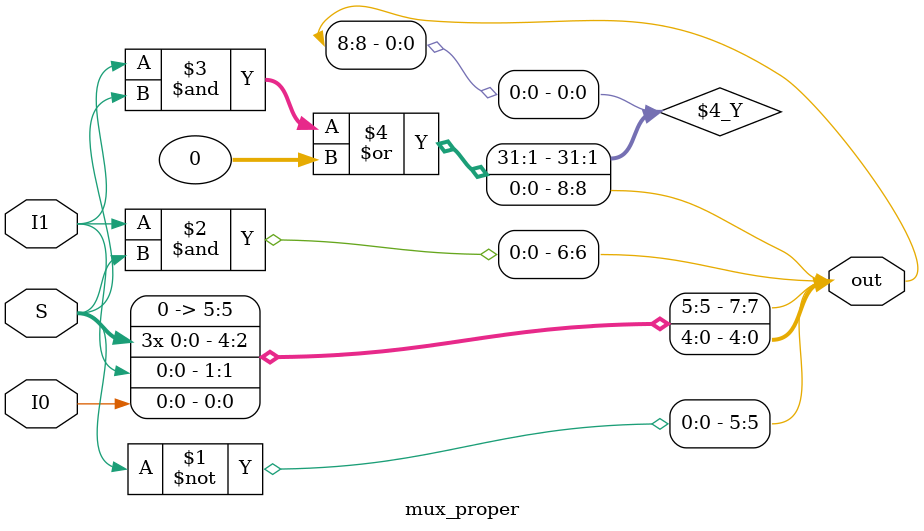
<source format=v>
`timescale 1ns / 1ps
module mux_proper(S,I0,I1,out);
	input S, I0, I1;
	output [8:0] out;
	assign out[0] = I0;
	assign out[1] = I1;
	assign out[2] = S;
	assign out[3] = S;
	assign out[4] = S;
	assign out[5] = ~S;
	assign out[6] = I1 & S;
	assign out[7] = 0;
	assign out[8] = (I1 & S) | (0);

endmodule

</source>
